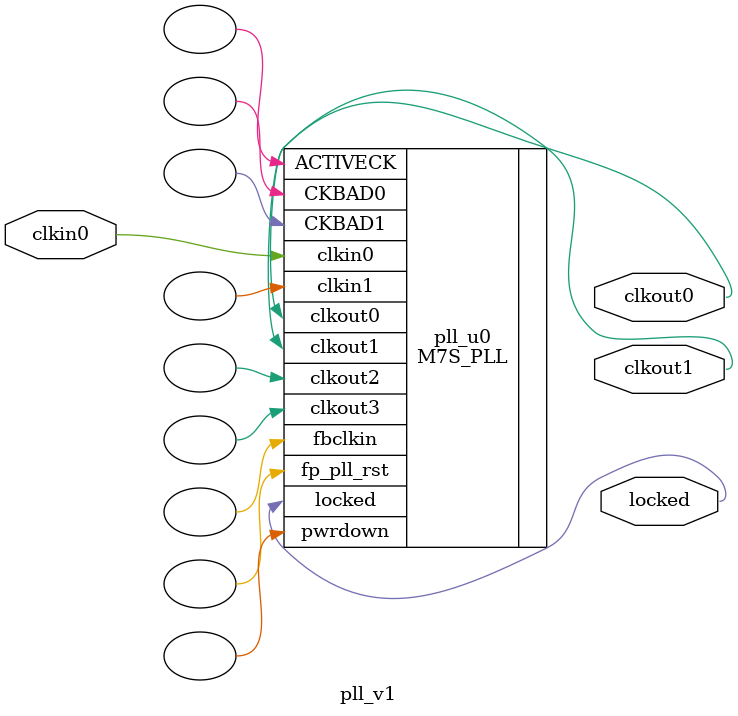
<source format=v>

module pll_v1(
    clkin0,
    clkout0,
    clkout1,
    locked
);

input clkin0;
output clkout0;
output clkout1;
output locked;

M7S_PLL #(
        .sel_fbpath (1'b0),
        .pll_fbck_del (4'b0000),
        .pll_sel ("auto"),
        .pwrmode (2'b01),
        .rst_pll_sel (2'b00),
        .pll_divm (8'b00111011),
        .pll_divn (8'b00000000),
        .pll_divc0 (8'b00000101),
        .pll_divc1 (8'b01100011),
        .pll_divc2 (8'b00000111),
        .pll_divc3 (8'b00000010),
        .pll_divmp (3'b000),
        .pll_mken0 (1'b1),
        .pll_mken1 (1'b1),
        .pll_mken2 (1'b0),
        .pll_mken3 (1'b0),
        .pll_bps0 (1'b0),
        .pll_bps1 (1'b0),
        .pll_bps2 (1'b0),
        .pll_bps3 (1'b0),
        .pll_co0dly (8'b00000000),
        .pll_co1dly (8'b00000000),
        .pll_co2dly (8'b00000000),
        .pll_co3dly (8'b00000000),
        .pll_sel_c0phase (3'b000),
        .pll_sel_c1phase (3'b000),
        .pll_sel_c2phase (3'b000),
        .pll_sel_c3phase (3'b000),
        .dyn_pll_rst (1'b0),
        .dyn_pll_pwrdown (1'b0),
        .pll_mp_autor_en (1'b0),
        .pll_lpf (2'b00),
        .pll_vrsel (2'b01),
        .pll_cpsel_cr (2'b11),
        .pll_cpsel_fn (3'b100),
        .pll_kvsel (2'b11),
        .pll_fldd (2'b11),
        .pll_force_lock (1'b0),
        .pll_atest_en (1'b0),
        .pll_dtest_en (1'b0),
        .pll_atest_sel (1'b0),
        .pll_dtest_sel (1'b0),
        .pll_bp_dvdd12 (1'b0),
        .pll_divfb (1'b0),
        .pll_cksel (1'b0),
        .pll_ck_switch_en (1'b0),
        .pll_lkd_tol (1'b0),
        .pll_lkd_hold (1'b0),
        .pll_ssen (1'b0),
        .pll_ssrg (2'b01),
        .pll_ssdivh (2'b00),
        .pll_ssdivl (8'b11000111),
        .pll_bk (2'b00),
        .amux_sel (6'b000000),
        .cfg_nc (3'b000),
        .cfg_ldo_cfg (5'b00000)
)
pll_u0 (
        .clkin0 (clkin0),
        .clkin1 (),
        .fbclkin (),
        .pwrdown (),
        .fp_pll_rst (),
        .ACTIVECK (),
        .CKBAD0 (),
        .CKBAD1 (),
        .clkout0 (clkout0),
        .clkout1 (clkout1),
        .clkout2 (),
        .clkout3 (),
        .locked (locked)
);

endmodule

// ============================================================
//                  pll Setting
//
// Warning: This part is read by Primace, please don't modify it.
// ============================================================
// Device          : M7A12N5F256C7
// Module          : pll_v1
// IP core         : pll
// IP Version      : 1

// AutoCalc        : true
// AutoSwitch      : false
// Bypass0         : false
// Bypass1         : false
// Bypass2         : false
// Bypass3         : false
// C0              : 5
// C1              : 99
// C2              : 7
// C3              : 2
// Clkin0Enable    : true
// Clkin1Enable    : false
// ClkinDefault    : 0
// Delay0          : 0
// Delay1          : 0
// Delay2          : 0
// Delay3          : 0
// DeskewMode      : None
// DivideMP        : 0
// Enable0         : true
// Enable1         : true
// Enable2         : false
// Enable3         : false
// InputFreq       : 20
// M               : 59
// N               : 0
// Phase0          : 0
// Phase1          : 0
// Phase2          : 0
// Phase3          : 0
// PllLocation     : auto
// PortActiveck    : false
// PortCkbad0      : false
// PortCkbad1      : false
// PortLocked      : true
// PowerMode       : always_on
// ResetMode       : ccb
// Simulation Files: 
// SpreadDivH      : 0
// SpreadDivL      : 199
// SpreadEnable    : false
// SpreadRatio     : 1
// Synthesis Files : 
// VcoDivide       : 1

</source>
